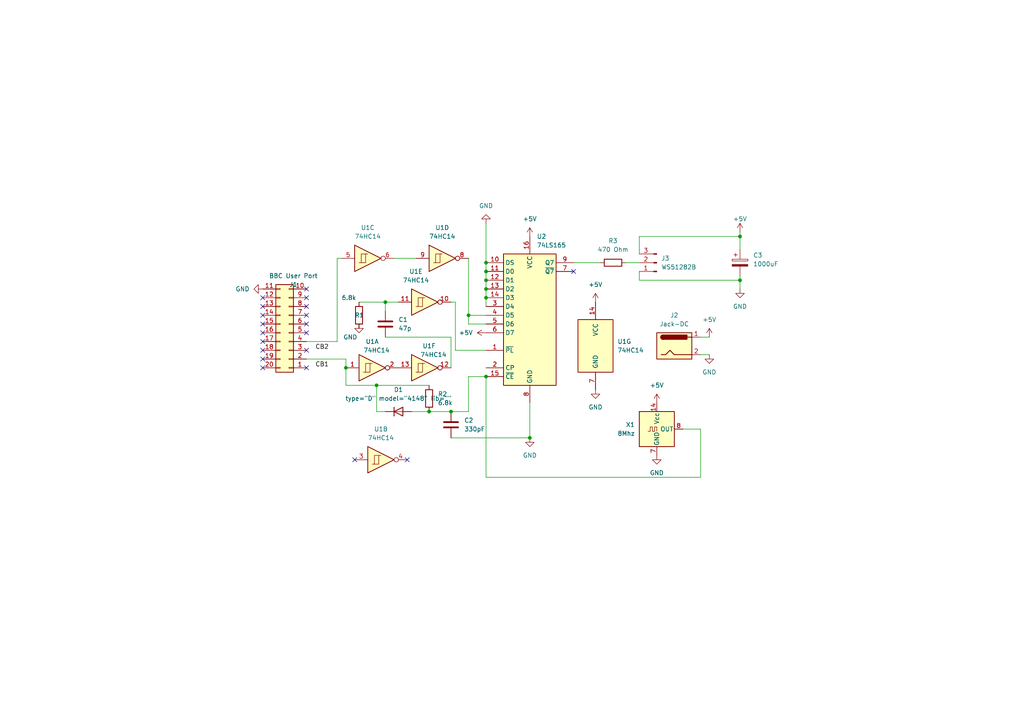
<source format=kicad_sch>
(kicad_sch (version 20211123) (generator eeschema)
  (paper "A4")
  (title_block (title "BeebLed") (date "2023-05-05") (rev "v1.0") (company "!FOZ!") (comment 1 "Derived from a design on ABNIELSEN.COM"))
  (lib_symbols
    (symbol "74xx:74HC14" (pin_names (offset 1.016))
      (property "Reference" "U" (at 0 1.27 0))
      (property "Value" "74HC14" (at 0 -1.27 0))
      (symbol "74HC14_1_0"
        (polyline (pts (xy -3.81 3.81) (xy -3.81 -3.81) (xy 3.81 0) (xy -3.81 3.81)) (stroke (width 0.254)) (fill (type background)))
        (pin input line (at -7.62 0 0) (length 3.81) (name "~") (number "1"))
        (pin output inverted (at 7.62 0 180) (length 3.81) (name "~") (number "2"))
      )
      (symbol "74HC14_1_1"
        (polyline (pts (xy -1.905 -1.27) (xy -1.905 1.27) (xy -0.635 1.27)))
        (polyline (pts (xy -2.54 -1.27) (xy -0.635 -1.27) (xy -0.635 1.27) (xy 0 1.27)))
      )
      (symbol "74HC14_2_0"
        (polyline (pts (xy -3.81 3.81) (xy -3.81 -3.81) (xy 3.81 0) (xy -3.81 3.81)) (stroke (width 0.254)) (fill (type background)))
        (pin input line (at -7.62 0 0) (length 3.81) (name "~") (number "3"))
        (pin output inverted (at 7.62 0 180) (length 3.81) (name "~") (number "4"))
      )
      (symbol "74HC14_2_1"
        (polyline (pts (xy -1.905 -1.27) (xy -1.905 1.27) (xy -0.635 1.27)))
        (polyline (pts (xy -2.54 -1.27) (xy -0.635 -1.27) (xy -0.635 1.27) (xy 0 1.27)))
      )
      (symbol "74HC14_3_0"
        (polyline (pts (xy -3.81 3.81) (xy -3.81 -3.81) (xy 3.81 0) (xy -3.81 3.81)) (stroke (width 0.254)) (fill (type background)))
        (pin input line (at -7.62 0 0) (length 3.81) (name "~") (number "5"))
        (pin output inverted (at 7.62 0 180) (length 3.81) (name "~") (number "6"))
      )
      (symbol "74HC14_3_1"
        (polyline (pts (xy -1.905 -1.27) (xy -1.905 1.27) (xy -0.635 1.27)))
        (polyline (pts (xy -2.54 -1.27) (xy -0.635 -1.27) (xy -0.635 1.27) (xy 0 1.27)))
      )
      (symbol "74HC14_4_0"
        (polyline (pts (xy -3.81 3.81) (xy -3.81 -3.81) (xy 3.81 0) (xy -3.81 3.81)) (stroke (width 0.254)) (fill (type background)))
        (pin output inverted (at 7.62 0 180) (length 3.81) (name "~") (number "8"))
        (pin input line (at -7.62 0 0) (length 3.81) (name "~") (number "9"))
      )
      (symbol "74HC14_4_1"
        (polyline (pts (xy -1.905 -1.27) (xy -1.905 1.27) (xy -0.635 1.27)))
        (polyline (pts (xy -2.54 -1.27) (xy -0.635 -1.27) (xy -0.635 1.27) (xy 0 1.27)))
      )
      (symbol "74HC14_5_0"
        (polyline (pts (xy -3.81 3.81) (xy -3.81 -3.81) (xy 3.81 0) (xy -3.81 3.81)) (stroke (width 0.254)) (fill (type background)))
        (pin output inverted (at 7.62 0 180) (length 3.81) (name "~") (number "10"))
        (pin input line (at -7.62 0 0) (length 3.81) (name "~") (number "11"))
      )
      (symbol "74HC14_5_1"
        (polyline (pts (xy -1.905 -1.27) (xy -1.905 1.27) (xy -0.635 1.27)))
        (polyline (pts (xy -2.54 -1.27) (xy -0.635 -1.27) (xy -0.635 1.27) (xy 0 1.27)))
      )
      (symbol "74HC14_6_0"
        (polyline (pts (xy -3.81 3.81) (xy -3.81 -3.81) (xy 3.81 0) (xy -3.81 3.81)) (stroke (width 0.254)) (fill (type background)))
        (pin output inverted (at 7.62 0 180) (length 3.81) (name "~") (number "12"))
        (pin input line (at -7.62 0 0) (length 3.81) (name "~") (number "13"))
      )
      (symbol "74HC14_6_1"
        (polyline (pts (xy -1.905 -1.27) (xy -1.905 1.27) (xy -0.635 1.27)))
        (polyline (pts (xy -2.54 -1.27) (xy -0.635 -1.27) (xy -0.635 1.27) (xy 0 1.27)))
      )
      (symbol "74HC14_7_0"
        (pin power_in line (at 0 12.7 270) (length 5.08) (name "VCC") (number "14"))
        (pin power_in line (at 0 -12.7 90) (length 5.08) (name "GND") (number "7"))
      )
      (symbol "74HC14_7_1"
        (rectangle (start -5.08 7.62) (end 5.08 -7.62) (stroke (width 0.254)) (fill (type background)))
      )
    )
    (symbol "74xx:74LS165"
      (property "Reference" "U" (at -7.62 19.05 0))
      (property "Value" "74LS165" (at -7.62 -21.59 0))
      (symbol "74LS165_1_0"
        (pin input line (at -12.7 -10.16 0) (length 5.08) (name "~{PL}") (number "1"))
        (pin input line (at -12.7 15.24 0) (length 5.08) (name "DS") (number "10"))
        (pin input line (at -12.7 12.7 0) (length 5.08) (name "D0") (number "11"))
        (pin input line (at -12.7 10.16 0) (length 5.08) (name "D1") (number "12"))
        (pin input line (at -12.7 7.62 0) (length 5.08) (name "D2") (number "13"))
        (pin input line (at -12.7 5.08 0) (length 5.08) (name "D3") (number "14"))
        (pin input line (at -12.7 -17.78 0) (length 5.08) (name "~{CE}") (number "15"))
        (pin power_in line (at 0 22.86 270) (length 5.08) (name "VCC") (number "16"))
        (pin input line (at -12.7 -15.24 0) (length 5.08) (name "CP") (number "2"))
        (pin input line (at -12.7 2.54 0) (length 5.08) (name "D4") (number "3"))
        (pin input line (at -12.7 0 0) (length 5.08) (name "D5") (number "4"))
        (pin input line (at -12.7 -2.54 0) (length 5.08) (name "D6") (number "5"))
        (pin input line (at -12.7 -5.08 0) (length 5.08) (name "D7") (number "6"))
        (pin output line (at 12.7 12.7 180) (length 5.08) (name "~{Q7}") (number "7"))
        (pin power_in line (at 0 -25.4 90) (length 5.08) (name "GND") (number "8"))
        (pin output line (at 12.7 15.24 180) (length 5.08) (name "Q7") (number "9"))
      )
      (symbol "74LS165_1_1"
        (rectangle (start -7.62 17.78) (end 7.62 -20.32) (stroke (width 0.254)) (fill (type background)))
      )
    )
    (symbol "Connector:Conn_01x03_Male" (pin_names (offset 1.016) hide)
      (property "Reference" "J" (at 0 5.08 0))
      (property "Value" "Conn_01x03_Male" (at 0 -5.08 0))
      (symbol "Conn_01x03_Male_1_1"
        (polyline (pts (xy 1.27 -2.54) (xy 0.8636 -2.54)) (stroke (width 0.1524)))
        (polyline (pts (xy 1.27 0) (xy 0.8636 0)) (stroke (width 0.1524)))
        (polyline (pts (xy 1.27 2.54) (xy 0.8636 2.54)) (stroke (width 0.1524)))
        (rectangle (start 0.8636 -2.413) (end 0 -2.667) (stroke (width 0.1524)) (fill (type outline)))
        (rectangle (start 0.8636 0.127) (end 0 -0.127) (stroke (width 0.1524)) (fill (type outline)))
        (rectangle (start 0.8636 2.667) (end 0 2.413) (stroke (width 0.1524)) (fill (type outline)))
        (pin passive line (at 5.08 2.54 180) (length 3.81) (name "Pin_1") (number "1"))
        (pin passive line (at 5.08 0 180) (length 3.81) (name "Pin_2") (number "2"))
        (pin passive line (at 5.08 -2.54 180) (length 3.81) (name "Pin_3") (number "3"))
      )
    )
    (symbol "Connector:Jack-DC" (pin_names (offset 1.016))
      (property "Reference" "J" (at 0 5.334 0))
      (property "Value" "Jack-DC" (at 0 -5.08 0))
      (symbol "Jack-DC_0_1"
        (rectangle (start -5.08 3.81) (end 5.08 -3.81) (stroke (width 0.254)) (fill (type background)))
        (arc (start -3.302 3.175) (mid -3.937 2.54) (end -3.302 1.905) (stroke (width 0.254)))
        (arc (start -3.302 3.175) (mid -3.937 2.54) (end -3.302 1.905) (stroke (width 0.254)) (fill (type outline)))
        (polyline (pts (xy 5.08 2.54) (xy 3.81 2.54)) (stroke (width 0.254)))
        (polyline (pts (xy -3.81 -2.54) (xy -2.54 -2.54) (xy -1.27 -1.27) (xy 0 -2.54) (xy 2.54 -2.54) (xy 5.08 -2.54)) (stroke (width 0.254)))
        (rectangle (start 3.683 3.175) (end -3.302 1.905) (stroke (width 0.254)) (fill (type outline)))
      )
      (symbol "Jack-DC_1_1"
        (pin passive line (at 7.62 2.54 180) (length 2.54) (name "~") (number "1"))
        (pin passive line (at 7.62 -2.54 180) (length 2.54) (name "~") (number "2"))
      )
    )
    (symbol "Connector_Generic_MountingPin:Conn_02x10_Counter_Clockwise_MountingPin" (pin_names (offset 1.016) hide)
      (property "Reference" "J1" (at -1.27 -13.97 0))
      (property "Value" "BBC User Port" (at -1.27 -16.51 0))
      (symbol "Conn_02x10_Counter_Clockwise_MountingPin_1_1"
        (rectangle (start -1.27 -12.573) (end 0 -12.827) (stroke (width 0.1524)))
        (rectangle (start -1.27 -10.033) (end 0 -10.287) (stroke (width 0.1524)))
        (rectangle (start -1.27 -7.493) (end 0 -7.747) (stroke (width 0.1524)))
        (rectangle (start -1.27 -4.953) (end 0 -5.207) (stroke (width 0.1524)))
        (rectangle (start -1.27 -2.413) (end 0 -2.667) (stroke (width 0.1524)))
        (rectangle (start -1.27 0.127) (end 0 -0.127) (stroke (width 0.1524)))
        (rectangle (start -1.27 2.667) (end 0 2.413) (stroke (width 0.1524)))
        (rectangle (start -1.27 5.207) (end 0 4.953) (stroke (width 0.1524)))
        (rectangle (start -1.27 7.747) (end 0 7.493) (stroke (width 0.1524)))
        (rectangle (start -1.27 10.287) (end 0 10.033) (stroke (width 0.1524)))
        (rectangle (start -1.27 11.43) (end 3.81 -13.97) (stroke (width 0.254)) (fill (type background)))
        (rectangle (start 3.81 -12.573) (end 2.54 -12.827) (stroke (width 0.1524)))
        (rectangle (start 3.81 -10.033) (end 2.54 -10.287) (stroke (width 0.1524)))
        (rectangle (start 3.81 -7.493) (end 2.54 -7.747) (stroke (width 0.1524)))
        (rectangle (start 3.81 -4.953) (end 2.54 -5.207) (stroke (width 0.1524)))
        (rectangle (start 3.81 -2.413) (end 2.54 -2.667) (stroke (width 0.1524)))
        (rectangle (start 3.81 0.127) (end 2.54 -0.127) (stroke (width 0.1524)))
        (rectangle (start 3.81 2.667) (end 2.54 2.413) (stroke (width 0.1524)))
        (rectangle (start 3.81 5.207) (end 2.54 4.953) (stroke (width 0.1524)))
        (rectangle (start 3.81 7.747) (end 2.54 7.493) (stroke (width 0.1524)))
        (rectangle (start 3.81 10.287) (end 2.54 10.033) (stroke (width 0.1524)))
        (pin passive line (at -5.08 10.16 0) (length 3.81) (name "Pin_1") (number "1"))
        (pin passive line (at -5.08 -12.7 0) (length 3.81) (name "Pin_10") (number "10"))
        (pin passive line (at 7.62 -12.7 180) (length 3.81) (name "Pin_11") (number "11"))
        (pin passive line (at 7.62 -10.16 180) (length 3.81) (name "Pin_12") (number "12"))
        (pin passive line (at 7.62 -7.62 180) (length 3.81) (name "Pin_13") (number "13"))
        (pin passive line (at 7.62 -5.08 180) (length 3.81) (name "Pin_14") (number "14"))
        (pin passive line (at 7.62 -2.54 180) (length 3.81) (name "Pin_15") (number "15"))
        (pin passive line (at 7.62 0 180) (length 3.81) (name "Pin_16") (number "16"))
        (pin passive line (at 7.62 2.54 180) (length 3.81) (name "Pin_17") (number "17"))
        (pin passive line (at 7.62 5.08 180) (length 3.81) (name "Pin_18") (number "18"))
        (pin passive line (at 7.62 7.62 180) (length 3.81) (name "Pin_19") (number "19"))
        (pin passive line (at -5.08 7.62 0) (length 3.81) (name "Pin_2") (number "2"))
        (pin passive line (at 7.62 10.16 180) (length 3.81) (name "Pin_20") (number "20"))
        (pin passive line (at -5.08 5.08 0) (length 3.81) (name "Pin_3") (number "3"))
        (pin passive line (at -5.08 2.54 0) (length 3.81) (name "Pin_4") (number "4"))
        (pin passive line (at -5.08 0 0) (length 3.81) (name "Pin_5") (number "5"))
        (pin passive line (at -5.08 -2.54 0) (length 3.81) (name "Pin_6") (number "6"))
        (pin passive line (at -5.08 -5.08 0) (length 3.81) (name "Pin_7") (number "7"))
        (pin passive line (at -5.08 -7.62 0) (length 3.81) (name "Pin_8") (number "8"))
        (pin passive line (at -5.08 -10.16 0) (length 3.81) (name "Pin_9") (number "9"))
      )
    )
    (symbol "Device:C" (pin_numbers hide) (pin_names (offset 0.254))
      (property "Reference" "C" (at 0.635 2.54 0))
      (property "Value" "C" (at 0.635 -2.54 0))
      (symbol "C_0_1"
        (polyline (pts (xy -2.032 -0.762) (xy 2.032 -0.762)) (stroke (width 0.508)))
        (polyline (pts (xy -2.032 0.762) (xy 2.032 0.762)) (stroke (width 0.508)))
      )
      (symbol "C_1_1"
        (pin passive line (at 0 3.81 270) (length 2.794) (name "~") (number "1"))
        (pin passive line (at 0 -3.81 90) (length 2.794) (name "~") (number "2"))
      )
    )
    (symbol "Device:C_Polarized" (pin_numbers hide) (pin_names (offset 0.254))
      (property "Reference" "C" (at 0.635 2.54 0))
      (property "Value" "C_Polarized" (at 0.635 -2.54 0))
      (symbol "C_Polarized_0_1"
        (rectangle (start -2.286 0.508) (end 2.286 1.016))
        (polyline (pts (xy -1.778 2.286) (xy -0.762 2.286)))
        (polyline (pts (xy -1.27 2.794) (xy -1.27 1.778)))
        (rectangle (start 2.286 -0.508) (end -2.286 -1.016) (fill (type outline)))
      )
      (symbol "C_Polarized_1_1"
        (pin passive line (at 0 3.81 270) (length 2.794) (name "~") (number "1"))
        (pin passive line (at 0 -3.81 90) (length 2.794) (name "~") (number "2"))
      )
    )
    (symbol "Device:R" (pin_numbers hide) (pin_names (offset 0))
      (property "Reference" "R" (at 2.032 0 90))
      (property "Value" "R" (at 0 0 90))
      (symbol "R_0_1"
        (rectangle (start -1.016 -2.54) (end 1.016 2.54) (stroke (width 0.254)))
      )
      (symbol "R_1_1"
        (pin passive line (at 0 3.81 270) (length 1.27) (name "~") (number "1"))
        (pin passive line (at 0 -3.81 90) (length 1.27) (name "~") (number "2"))
      )
    )
    (symbol "Oscillator:DGOF5S3" (pin_names (offset 0.254))
      (property "Reference" "X" (at -5.08 6.35 0))
      (property "Value" "DGOF5S3" (at 1.27 -6.35 0))
      (symbol "DGOF5S3_0_1"
        (rectangle (start -5.08 5.08) (end 5.08 -5.08) (stroke (width 0.254)) (fill (type background)))
        (polyline (pts (xy -2.54 -0.635) (xy -1.905 -0.635) (xy -1.905 0.635) (xy -1.27 0.635) (xy -1.27 -0.635) (xy -0.635 -0.635) (xy -0.635 0.635) (xy 0 0.635) (xy 0 -0.635)))
      )
      (symbol "DGOF5S3_1_1"
        (pin no_connect line (at -7.62 0 0) (length 2.54) hide (name "NC") (number "1"))
        (pin power_in line (at 0 7.62 270) (length 2.54) (name "Vcc") (number "14"))
        (pin power_in line (at 0 -7.62 90) (length 2.54) (name "GND") (number "7"))
        (pin output line (at 7.62 0 180) (length 2.54) (name "OUT") (number "8"))
      )
    )
    (symbol "Simulation_SPICE:DIODE" (pin_numbers hide) (pin_names (offset 1.016) hide)
      (property "Reference" "D" (at 0 2.54 0))
      (property "Value" "DIODE" (at 0 -2.54 0))
      (symbol "DIODE_0_1"
        (polyline (pts (xy 1.27 0) (xy -1.27 0)))
        (polyline (pts (xy 1.27 1.27) (xy 1.27 -1.27)) (stroke (width 0.254)))
        (polyline (pts (xy -1.27 -1.27) (xy -1.27 1.27) (xy 1.27 0) (xy -1.27 -1.27)) (stroke (width 0.254)))
      )
      (symbol "DIODE_1_1"
        (pin passive line (at -3.81 0 0) (length 2.54) (name "A") (number "1"))
        (pin passive line (at 3.81 0 180) (length 2.54) (name "K") (number "2"))
      )
    )
    (symbol "power:+5V" (power) (pin_names (offset 0))
      (property "Value" "+5V" (at 0 3.556 0))
      (symbol "+5V_0_1"
        (polyline (pts (xy -0.762 1.27) (xy 0 2.54)))
        (polyline (pts (xy 0 0) (xy 0 2.54)))
        (polyline (pts (xy 0 2.54) (xy 0.762 1.27)))
      )
      (symbol "+5V_1_1"
        (pin power_in line (at 0 0 90) (length 0) hide (name "+5V") (number "1"))
      )
    )
    (symbol "power:GND" (power) (pin_names (offset 0))
      (property "Value" "GND" (at 0 -3.81 0))
      (symbol "GND_0_1"
        (polyline (pts (xy 0 0) (xy 0 -1.27) (xy 1.27 -1.27) (xy 0 -2.54) (xy -1.27 -1.27) (xy 0 -1.27)))
      )
      (symbol "GND_1_1"
        (pin power_in line (at 0 0 270) (length 0) hide (name "GND") (number "1"))
      )
    )
  )
  (junction (at 100.33 106.68))
  (junction (at 140.97 81.28))
  (junction (at 140.97 109.22))
  (junction (at 111.76 87.63))
  (junction (at 140.97 83.82))
  (junction (at 153.67 127))
  (junction (at 124.46 119.38))
  (junction (at 135.89 91.44))
  (junction (at 140.97 86.36))
  (junction (at 214.63 81.28))
  (junction (at 130.81 119.38))
  (junction (at 214.63 68.58))
  (junction (at 140.97 76.2))
  (junction (at 109.22 111.76))
  (junction (at 140.97 78.74))
  (no_connect (at 76.2 88.9))
  (no_connect (at 88.9 83.82))
  (no_connect (at 88.9 86.36))
  (no_connect (at 88.9 88.9))
  (no_connect (at 76.2 86.36))
  (no_connect (at 88.9 106.68))
  (no_connect (at 88.9 93.98))
  (no_connect (at 88.9 96.52))
  (no_connect (at 88.9 101.6))
  (no_connect (at 88.9 91.44))
  (no_connect (at 76.2 91.44))
  (no_connect (at 76.2 99.06))
  (no_connect (at 76.2 101.6))
  (no_connect (at 76.2 104.14))
  (no_connect (at 76.2 106.68))
  (no_connect (at 76.2 93.98))
  (no_connect (at 76.2 96.52))
  (no_connect (at 102.87 133.35))
  (no_connect (at 166.37 78.74))
  (no_connect (at 118.11 133.35))
  (wire (pts (xy 140.97 109.22) (xy 140.97 138.43)))
  (wire (pts (xy 214.63 81.28) (xy 214.63 80.01)))
  (wire (pts (xy 104.14 87.63) (xy 111.76 87.63)))
  (wire (pts (xy 100.33 111.76) (xy 109.22 111.76)))
  (wire (pts (xy 135.89 91.44) (xy 135.89 93.98)))
  (wire (pts (xy 130.81 127) (xy 153.67 127)))
  (wire (pts (xy 140.97 81.28) (xy 140.97 83.82)))
  (wire (pts (xy 135.89 109.22) (xy 140.97 109.22)))
  (wire (pts (xy 97.79 74.93) (xy 97.79 99.06)))
  (wire (pts (xy 130.81 87.63) (xy 132.08 87.63)))
  (wire (pts (xy 88.9 99.06) (xy 97.79 99.06)))
  (wire (pts (xy 104.14 95.25) (xy 104.14 93.98)))
  (wire (pts (xy 185.42 73.66) (xy 185.42 68.58)))
  (wire (pts (xy 203.2 138.43) (xy 203.2 124.46)))
  (wire (pts (xy 140.97 86.36) (xy 140.97 88.9)))
  (wire (pts (xy 181.61 76.2) (xy 185.42 76.2)))
  (wire (pts (xy 111.76 90.17) (xy 111.76 87.63)))
  (wire (pts (xy 111.76 87.63) (xy 115.57 87.63)))
  (wire (pts (xy 130.81 119.38) (xy 135.89 119.38)))
  (wire (pts (xy 109.22 111.76) (xy 124.46 111.76)))
  (wire (pts (xy 119.38 119.38) (xy 124.46 119.38)))
  (wire (pts (xy 140.97 64.77) (xy 140.97 76.2)))
  (wire (pts (xy 185.42 68.58) (xy 214.63 68.58)))
  (wire (pts (xy 185.42 78.74) (xy 185.42 81.28)))
  (wire (pts (xy 100.33 106.68) (xy 100.33 111.76)))
  (wire (pts (xy 130.81 106.68) (xy 130.81 97.79)))
  (wire (pts (xy 135.89 93.98) (xy 140.97 93.98)))
  (wire (pts (xy 166.37 76.2) (xy 173.99 76.2)))
  (wire (pts (xy 214.63 68.58) (xy 214.63 72.39)))
  (wire (pts (xy 203.2 102.87) (xy 205.74 102.87)))
  (wire (pts (xy 185.42 81.28) (xy 214.63 81.28)))
  (wire (pts (xy 114.3 74.93) (xy 120.65 74.93)))
  (wire (pts (xy 203.2 97.79) (xy 205.74 97.79)))
  (wire (pts (xy 100.33 106.68) (xy 100.33 104.14)))
  (wire (pts (xy 140.97 76.2) (xy 140.97 78.74)))
  (wire (pts (xy 132.08 87.63) (xy 132.08 101.6)))
  (wire (pts (xy 132.08 101.6) (xy 140.97 101.6)))
  (wire (pts (xy 124.46 119.38) (xy 130.81 119.38)))
  (wire (pts (xy 109.22 119.38) (xy 111.76 119.38)))
  (wire (pts (xy 140.97 78.74) (xy 140.97 81.28)))
  (wire (pts (xy 214.63 83.82) (xy 214.63 81.28)))
  (wire (pts (xy 135.89 119.38) (xy 135.89 109.22)))
  (wire (pts (xy 153.67 116.84) (xy 153.67 127)))
  (wire (pts (xy 88.9 104.14) (xy 100.33 104.14)))
  (wire (pts (xy 198.12 124.46) (xy 203.2 124.46)))
  (wire (pts (xy 140.97 83.82) (xy 140.97 86.36)))
  (wire (pts (xy 97.79 74.93) (xy 99.06 74.93)))
  (wire (pts (xy 214.63 67.31) (xy 214.63 68.58)))
  (wire (pts (xy 140.97 138.43) (xy 203.2 138.43)))
  (wire (pts (xy 135.89 74.93) (xy 135.89 91.44)))
  (wire (pts (xy 130.81 97.79) (xy 111.76 97.79)))
  (wire (pts (xy 135.89 91.44) (xy 140.97 91.44)))
  (wire (pts (xy 109.22 111.76) (xy 109.22 119.38)))
  (label "CB2" (at 91.44 101.6 0))
  (label "CB1" (at 91.44 106.68 0))
  (symbol (lib_id "power:+5V") (at 172.72 87.63 0) (unit 1)
    (property "Reference" "#PWR0106" (effects hide))
    (property "Value" "+5V" (at 172.72 82.55 0))
  )
  (symbol (lib_id "power:GND") (at 205.74 102.87 0) (unit 1)
    (property "Reference" "#PWR0105" (effects hide))
    (property "Value" "GND" (at 205.74 107.95 0))
  )
  (symbol (lib_id "74xx:74HC14") (at 107.95 106.68 0) (unit 1)
    (property "Reference" "U1" (at 107.95 99.06 0))
    (property "Value" "74HC14" (at 109.22 101.6 0))
    (property "Footprint" "Package_DIP:DIP-14_W7.62mm_Socket" (effects hide))
    (property "Datasheet" "http://www.ti.com/lit/gpn/sn74HC14" (effects hide))
  )
  (symbol (lib_id "Connector_Generic_MountingPin:Conn_02x10_Counter_Clockwise_MountingPin") (at 83.82 96.52 180) (unit 1)
    (property "Reference" "J1" (at 85.09 82.55 0))
    (property "Value" "BBC User Port" (at 85.09 80.01 0))
    (property "Footprint" "Connector_IDC:IDC-Header_2x10_P2.54mm_Horizontal" (effects hide))
  )
  (symbol (lib_id "Simulation_SPICE:DIODE") (at 115.57 119.38 180) (unit 1)
    (property "Reference" "D1" (at 115.57 113.03 0))
    (property "Value" "4148" (at 115.57 115.57 0))
    (property "Footprint" "Diode_THT:D_A-405_P7.62mm_Horizontal" (effects hide))
    (property "Spice_Netlist_Enabled" "Y" (effects hide))
    (property "Spice_Primitive" "D" (effects hide))
  )
  (symbol (lib_id "74xx:74HC14") (at 128.27 74.93 0) (unit 4)
    (property "Reference" "U1" (at 128.27 66.04 0))
    (property "Value" "74HC14" (at 128.27 68.58 0))
    (property "Footprint" "Package_DIP:DIP-14_W7.62mm_Socket" (effects hide))
    (property "Datasheet" "http://www.ti.com/lit/gpn/sn74HC14" (effects hide))
  )
  (symbol (lib_id "power:GND") (at 76.2 83.82 270) (unit 1)
    (property "Reference" "#PWR0112" (effects hide))
    (property "Value" "GND" (at 72.39 83.8199 90) (effects (justify right)))
  )
  (symbol (lib_id "74xx:74HC14") (at 172.72 100.33 0) (unit 7)
    (property "Reference" "U1" (at 179.07 99.0599 0) (effects (justify left)))
    (property "Value" "74HC14" (at 179.07 101.5999 0) (effects (justify left)))
    (property "Footprint" "Package_DIP:DIP-14_W7.62mm_Socket" (effects hide))
    (property "Datasheet" "http://www.ti.com/lit/gpn/sn74HC14" (effects hide))
  )
  (symbol (lib_id "Device:C_Polarized") (at 214.63 76.2 0) (unit 1)
    (property "Reference" "C3" (at 218.44 74.0409 0) (effects (justify left)))
    (property "Value" "1000uF" (at 218.44 76.5809 0) (effects (justify left)))
    (property "Footprint" "Capacitor_THT:CP_Radial_D5.0mm_P2.50mm" (effects hide))
  )
  (symbol (lib_id "74xx:74HC14") (at 110.49 133.35 0) (unit 2)
    (property "Reference" "U1" (at 110.49 124.46 0))
    (property "Value" "74HC14" (at 110.49 127 0))
    (property "Footprint" "Package_DIP:DIP-14_W7.62mm_Socket" (effects hide))
    (property "Datasheet" "http://www.ti.com/lit/gpn/sn74HC14" (effects hide))
  )
  (symbol (lib_id "Connector:Jack-DC") (at 195.58 100.33 0) (unit 1)
    (property "Reference" "J2" (at 195.58 91.44 0))
    (property "Value" "Jack-DC" (at 195.58 93.98 0))
    (property "Footprint" "Connector_BarrelJack:BarrelJack_CUI_PJ-063AH_Horizontal_CircularHoles" (effects hide))
  )
  (symbol (lib_id "power:GND") (at 172.72 113.03 0) (unit 1)
    (property "Reference" "#PWR0107" (effects hide))
    (property "Value" "GND" (at 172.72 118.11 0))
  )
  (symbol (lib_id "Device:C") (at 111.76 93.98 0) (unit 1)
    (property "Reference" "C1" (at 115.57 92.7099 0) (effects (justify left)))
    (property "Value" "47p" (at 115.57 95.2499 0) (effects (justify left)))
    (property "Footprint" "Capacitor_THT:C_Disc_D5.0mm_W2.5mm_P2.50mm" (effects hide))
  )
  (symbol (lib_id "Device:R") (at 177.8 76.2 90) (unit 1)
    (property "Reference" "R3" (at 177.8 69.85 90))
    (property "Value" "470 Ohm" (at 177.8 72.39 90))
    (property "Footprint" "Resistor_THT:R_Axial_DIN0207_L6.3mm_D2.5mm_P10.16mm_Horizontal" (effects hide))
  )
  (symbol (lib_id "74xx:74HC14") (at 123.19 106.68 0) (unit 6)
    (property "Reference" "U1" (at 124.46 100.33 0))
    (property "Value" "74HC14" (at 125.73 102.87 0))
    (property "Footprint" "Package_DIP:DIP-14_W7.62mm_Socket" (effects hide))
    (property "Datasheet" "http://www.ti.com/lit/gpn/sn74HC14" (effects hide))
  )
  (symbol (lib_id "74xx:74LS165") (at 153.67 91.44 0) (unit 1)
    (property "Reference" "U2" (at 155.6894 68.58 0) (effects (justify left)))
    (property "Value" "74LS165" (at 155.6894 71.12 0) (effects (justify left)))
    (property "Footprint" "Package_DIP:DIP-16_W7.62mm_Socket" (effects hide))
    (property "Datasheet" "https://www.ti.com/lit/ds/symlink/sn74ls165a.pdf" (effects hide))
  )
  (symbol (lib_id "power:GND") (at 153.67 127 0) (unit 1)
    (property "Reference" "#PWR0101" (effects hide))
    (property "Value" "GND" (at 153.67 132.08 0))
  )
  (symbol (lib_id "power:GND") (at 104.14 93.98 0) (unit 1)
    (property "Reference" "#PWR0113" (effects hide))
    (property "Value" "GND" (at 101.6 97.79 0))
  )
  (symbol (lib_id "Device:C") (at 130.81 123.19 0) (unit 1)
    (property "Reference" "C2" (at 134.62 121.9199 0) (effects (justify left)))
    (property "Value" "330pF" (at 134.62 124.4599 0) (effects (justify left)))
    (property "Footprint" "Capacitor_THT:C_Disc_D5.0mm_W2.5mm_P2.50mm" (effects hide))
  )
  (symbol (lib_id "Oscillator:DGOF5S3") (at 190.5 124.46 0) (unit 1)
    (property "Reference" "X1" (at 184.15 123.1899 0) (effects (justify right)))
    (property "Value" "8Mhz" (at 184.15 125.7299 0) (effects (justify right)))
    (property "Footprint" "Oscillator:Oscillator_DIP-14" (effects hide))
    (property "Datasheet" "http://www.conwin.com/datasheets/cx/cx030.pdf" (effects hide))
  )
  (symbol (lib_id "power:GND") (at 190.5 132.08 0) (unit 1)
    (property "Reference" "#PWR0110" (effects hide))
    (property "Value" "GND" (at 190.5 137.16 0))
  )
  (symbol (lib_id "power:+5V") (at 140.97 96.52 90) (unit 1)
    (property "Reference" "#PWR0102" (effects hide))
    (property "Value" "+5V" (at 137.16 96.5199 90) (effects (justify left)))
  )
  (symbol (lib_id "power:+5V") (at 214.63 67.31 0) (unit 1)
    (property "Reference" "#PWR0108" (effects hide))
    (property "Value" "+5V" (at 214.63 63.5 0))
  )
  (symbol (lib_id "Connector:Conn_01x03_Male") (at 190.5 76.2 180) (unit 1)
    (property "Reference" "J3" (at 191.77 74.9299 0) (effects (justify right)))
    (property "Value" "WS51282B" (at 191.77 77.4699 0) (effects (justify right)))
    (property "Footprint" "Connector_JST:JST_EH_S3B-EH_1x03_P2.50mm_Horizontal" (effects hide))
  )
  (symbol (lib_id "power:+5V") (at 190.5 116.84 0) (unit 1)
    (property "Reference" "#PWR0109" (effects hide))
    (property "Value" "+5V" (at 190.5 111.76 0))
  )
  (symbol (lib_id "Device:R") (at 124.46 115.57 0) (unit 1)
    (property "Reference" "R2" (at 127 114.2999 0) (effects (justify left)))
    (property "Value" "6.8k" (at 127 116.8399 0) (effects (justify left)))
    (property "Footprint" "Resistor_THT:R_Axial_DIN0207_L6.3mm_D2.5mm_P10.16mm_Horizontal" (effects hide))
  )
  (symbol (lib_id "74xx:74HC14") (at 106.68 74.93 0) (unit 3)
    (property "Reference" "U1" (at 106.68 66.04 0))
    (property "Value" "74HC14" (at 106.68 68.58 0))
    (property "Footprint" "Package_DIP:DIP-14_W7.62mm_Socket" (effects hide))
    (property "Datasheet" "http://www.ti.com/lit/gpn/sn74HC14" (effects hide))
  )
  (symbol (lib_id "power:+5V") (at 153.67 68.58 0) (unit 1)
    (property "Reference" "#PWR0114" (effects hide))
    (property "Value" "+5V" (at 153.67 63.5 0))
  )
  (symbol (lib_id "power:GND") (at 214.63 83.82 0) (unit 1)
    (property "Reference" "#PWR0111" (effects hide))
    (property "Value" "GND" (at 214.63 88.9 0))
  )
  (symbol (lib_id "74xx:74HC14") (at 123.19 87.63 0) (unit 5)
    (property "Reference" "U1" (at 120.65 78.74 0))
    (property "Value" "74HC14" (at 120.65 81.28 0))
    (property "Footprint" "Package_DIP:DIP-14_W7.62mm_Socket" (effects hide))
    (property "Datasheet" "http://www.ti.com/lit/gpn/sn74HC14" (effects hide))
  )
  (symbol (lib_id "Device:R") (at 104.14 91.44 0) (unit 1)
    (property "Reference" "R1" (at 102.87 91.44 0) (effects (justify left)))
    (property "Value" "6.8k" (at 99.06 86.36 0) (effects (justify left)))
    (property "Footprint" "Resistor_THT:R_Axial_DIN0207_L6.3mm_D2.5mm_P10.16mm_Horizontal" (effects hide))
  )
  (symbol (lib_id "power:+5V") (at 205.74 97.79 0) (unit 1)
    (property "Reference" "#PWR0104" (effects hide))
    (property "Value" "+5V" (at 205.74 92.71 0))
  )
  (symbol (lib_id "power:GND") (at 140.97 64.77 0) (mirror x) (unit 1)
    (property "Reference" "#PWR0103" (effects hide))
    (property "Value" "GND" (at 140.97 59.69 0))
  )
)
</source>
